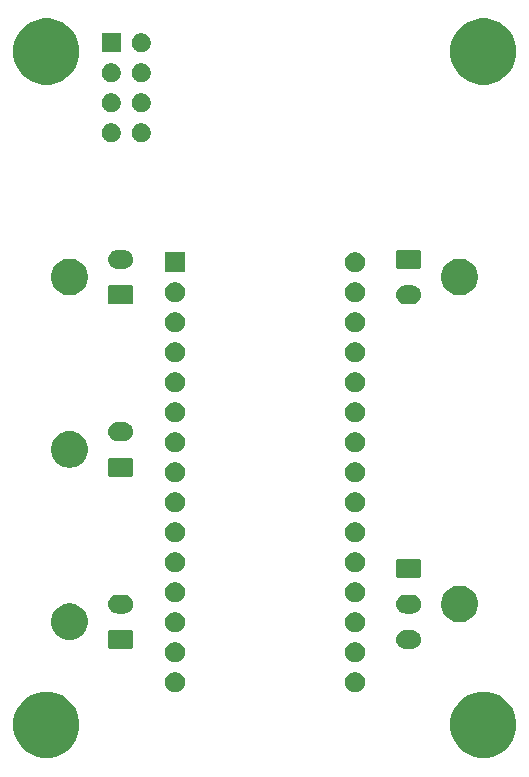
<source format=gbr>
G04 #@! TF.GenerationSoftware,KiCad,Pcbnew,(5.1.5)-3*
G04 #@! TF.CreationDate,2020-05-08T01:18:23-06:00*
G04 #@! TF.ProjectId,cap,6361702e-6b69-4636-9164-5f7063625858,rev?*
G04 #@! TF.SameCoordinates,Original*
G04 #@! TF.FileFunction,Soldermask,Bot*
G04 #@! TF.FilePolarity,Negative*
%FSLAX46Y46*%
G04 Gerber Fmt 4.6, Leading zero omitted, Abs format (unit mm)*
G04 Created by KiCad (PCBNEW (5.1.5)-3) date 2020-05-08 01:18:23*
%MOMM*%
%LPD*%
G04 APERTURE LIST*
%ADD10C,0.100000*%
G04 APERTURE END LIST*
D10*
G36*
X151817021Y-103306640D02*
G01*
X152326769Y-103517785D01*
X152326771Y-103517786D01*
X152785534Y-103824321D01*
X153175679Y-104214466D01*
X153482214Y-104673229D01*
X153482215Y-104673231D01*
X153693360Y-105182979D01*
X153801000Y-105724124D01*
X153801000Y-106275876D01*
X153693360Y-106817021D01*
X153482215Y-107326769D01*
X153482214Y-107326771D01*
X153175679Y-107785534D01*
X152785534Y-108175679D01*
X152326771Y-108482214D01*
X152326770Y-108482215D01*
X152326769Y-108482215D01*
X151817021Y-108693360D01*
X151275876Y-108801000D01*
X150724124Y-108801000D01*
X150182979Y-108693360D01*
X149673231Y-108482215D01*
X149673230Y-108482215D01*
X149673229Y-108482214D01*
X149214466Y-108175679D01*
X148824321Y-107785534D01*
X148517786Y-107326771D01*
X148517785Y-107326769D01*
X148306640Y-106817021D01*
X148199000Y-106275876D01*
X148199000Y-105724124D01*
X148306640Y-105182979D01*
X148517785Y-104673231D01*
X148517786Y-104673229D01*
X148824321Y-104214466D01*
X149214466Y-103824321D01*
X149673229Y-103517786D01*
X149673231Y-103517785D01*
X150182979Y-103306640D01*
X150724124Y-103199000D01*
X151275876Y-103199000D01*
X151817021Y-103306640D01*
G37*
G36*
X114817021Y-103306640D02*
G01*
X115326769Y-103517785D01*
X115326771Y-103517786D01*
X115785534Y-103824321D01*
X116175679Y-104214466D01*
X116482214Y-104673229D01*
X116482215Y-104673231D01*
X116693360Y-105182979D01*
X116801000Y-105724124D01*
X116801000Y-106275876D01*
X116693360Y-106817021D01*
X116482215Y-107326769D01*
X116482214Y-107326771D01*
X116175679Y-107785534D01*
X115785534Y-108175679D01*
X115326771Y-108482214D01*
X115326770Y-108482215D01*
X115326769Y-108482215D01*
X114817021Y-108693360D01*
X114275876Y-108801000D01*
X113724124Y-108801000D01*
X113182979Y-108693360D01*
X112673231Y-108482215D01*
X112673230Y-108482215D01*
X112673229Y-108482214D01*
X112214466Y-108175679D01*
X111824321Y-107785534D01*
X111517786Y-107326771D01*
X111517785Y-107326769D01*
X111306640Y-106817021D01*
X111199000Y-106275876D01*
X111199000Y-105724124D01*
X111306640Y-105182979D01*
X111517785Y-104673231D01*
X111517786Y-104673229D01*
X111824321Y-104214466D01*
X112214466Y-103824321D01*
X112673229Y-103517786D01*
X112673231Y-103517785D01*
X113182979Y-103306640D01*
X113724124Y-103199000D01*
X114275876Y-103199000D01*
X114817021Y-103306640D01*
G37*
G36*
X125138228Y-101571703D02*
G01*
X125293100Y-101635853D01*
X125432481Y-101728985D01*
X125551015Y-101847519D01*
X125644147Y-101986900D01*
X125708297Y-102141772D01*
X125741000Y-102306184D01*
X125741000Y-102473816D01*
X125708297Y-102638228D01*
X125644147Y-102793100D01*
X125551015Y-102932481D01*
X125432481Y-103051015D01*
X125293100Y-103144147D01*
X125138228Y-103208297D01*
X124973816Y-103241000D01*
X124806184Y-103241000D01*
X124641772Y-103208297D01*
X124486900Y-103144147D01*
X124347519Y-103051015D01*
X124228985Y-102932481D01*
X124135853Y-102793100D01*
X124071703Y-102638228D01*
X124039000Y-102473816D01*
X124039000Y-102306184D01*
X124071703Y-102141772D01*
X124135853Y-101986900D01*
X124228985Y-101847519D01*
X124347519Y-101728985D01*
X124486900Y-101635853D01*
X124641772Y-101571703D01*
X124806184Y-101539000D01*
X124973816Y-101539000D01*
X125138228Y-101571703D01*
G37*
G36*
X140378228Y-101571703D02*
G01*
X140533100Y-101635853D01*
X140672481Y-101728985D01*
X140791015Y-101847519D01*
X140884147Y-101986900D01*
X140948297Y-102141772D01*
X140981000Y-102306184D01*
X140981000Y-102473816D01*
X140948297Y-102638228D01*
X140884147Y-102793100D01*
X140791015Y-102932481D01*
X140672481Y-103051015D01*
X140533100Y-103144147D01*
X140378228Y-103208297D01*
X140213816Y-103241000D01*
X140046184Y-103241000D01*
X139881772Y-103208297D01*
X139726900Y-103144147D01*
X139587519Y-103051015D01*
X139468985Y-102932481D01*
X139375853Y-102793100D01*
X139311703Y-102638228D01*
X139279000Y-102473816D01*
X139279000Y-102306184D01*
X139311703Y-102141772D01*
X139375853Y-101986900D01*
X139468985Y-101847519D01*
X139587519Y-101728985D01*
X139726900Y-101635853D01*
X139881772Y-101571703D01*
X140046184Y-101539000D01*
X140213816Y-101539000D01*
X140378228Y-101571703D01*
G37*
G36*
X140378228Y-99031703D02*
G01*
X140533100Y-99095853D01*
X140672481Y-99188985D01*
X140791015Y-99307519D01*
X140884147Y-99446900D01*
X140948297Y-99601772D01*
X140981000Y-99766184D01*
X140981000Y-99933816D01*
X140948297Y-100098228D01*
X140884147Y-100253100D01*
X140791015Y-100392481D01*
X140672481Y-100511015D01*
X140533100Y-100604147D01*
X140378228Y-100668297D01*
X140213816Y-100701000D01*
X140046184Y-100701000D01*
X139881772Y-100668297D01*
X139726900Y-100604147D01*
X139587519Y-100511015D01*
X139468985Y-100392481D01*
X139375853Y-100253100D01*
X139311703Y-100098228D01*
X139279000Y-99933816D01*
X139279000Y-99766184D01*
X139311703Y-99601772D01*
X139375853Y-99446900D01*
X139468985Y-99307519D01*
X139587519Y-99188985D01*
X139726900Y-99095853D01*
X139881772Y-99031703D01*
X140046184Y-98999000D01*
X140213816Y-98999000D01*
X140378228Y-99031703D01*
G37*
G36*
X125138228Y-99031703D02*
G01*
X125293100Y-99095853D01*
X125432481Y-99188985D01*
X125551015Y-99307519D01*
X125644147Y-99446900D01*
X125708297Y-99601772D01*
X125741000Y-99766184D01*
X125741000Y-99933816D01*
X125708297Y-100098228D01*
X125644147Y-100253100D01*
X125551015Y-100392481D01*
X125432481Y-100511015D01*
X125293100Y-100604147D01*
X125138228Y-100668297D01*
X124973816Y-100701000D01*
X124806184Y-100701000D01*
X124641772Y-100668297D01*
X124486900Y-100604147D01*
X124347519Y-100511015D01*
X124228985Y-100392481D01*
X124135853Y-100253100D01*
X124071703Y-100098228D01*
X124039000Y-99933816D01*
X124039000Y-99766184D01*
X124071703Y-99601772D01*
X124135853Y-99446900D01*
X124228985Y-99307519D01*
X124347519Y-99188985D01*
X124486900Y-99095853D01*
X124641772Y-99031703D01*
X124806184Y-98999000D01*
X124973816Y-98999000D01*
X125138228Y-99031703D01*
G37*
G36*
X121200048Y-97979122D02*
G01*
X121234387Y-97989539D01*
X121266036Y-98006456D01*
X121293778Y-98029222D01*
X121316544Y-98056964D01*
X121333461Y-98088613D01*
X121343878Y-98122952D01*
X121348000Y-98164807D01*
X121348000Y-99387193D01*
X121343878Y-99429048D01*
X121333461Y-99463387D01*
X121316544Y-99495036D01*
X121293778Y-99522778D01*
X121266036Y-99545544D01*
X121234387Y-99562461D01*
X121200048Y-99572878D01*
X121158193Y-99577000D01*
X119415807Y-99577000D01*
X119373952Y-99572878D01*
X119339613Y-99562461D01*
X119307964Y-99545544D01*
X119280222Y-99522778D01*
X119257456Y-99495036D01*
X119240539Y-99463387D01*
X119230122Y-99429048D01*
X119226000Y-99387193D01*
X119226000Y-98164807D01*
X119230122Y-98122952D01*
X119240539Y-98088613D01*
X119257456Y-98056964D01*
X119280222Y-98029222D01*
X119307964Y-98006456D01*
X119339613Y-97989539D01*
X119373952Y-97979122D01*
X119415807Y-97975000D01*
X121158193Y-97975000D01*
X121200048Y-97979122D01*
G37*
G36*
X145009571Y-97978863D02*
G01*
X145088023Y-97986590D01*
X145167417Y-98010674D01*
X145239013Y-98032392D01*
X145378165Y-98106771D01*
X145500133Y-98206867D01*
X145600229Y-98328835D01*
X145674608Y-98467987D01*
X145678477Y-98480741D01*
X145720410Y-98618977D01*
X145735875Y-98776000D01*
X145720410Y-98933023D01*
X145700396Y-98999000D01*
X145674608Y-99084013D01*
X145600229Y-99223165D01*
X145500133Y-99345133D01*
X145378165Y-99445229D01*
X145239013Y-99519608D01*
X145188682Y-99534875D01*
X145088023Y-99565410D01*
X145022432Y-99571870D01*
X144970346Y-99577000D01*
X144371654Y-99577000D01*
X144319568Y-99571870D01*
X144253977Y-99565410D01*
X144153318Y-99534875D01*
X144102987Y-99519608D01*
X143963835Y-99445229D01*
X143841867Y-99345133D01*
X143741771Y-99223165D01*
X143667392Y-99084013D01*
X143641604Y-98999000D01*
X143621590Y-98933023D01*
X143606125Y-98776000D01*
X143621590Y-98618977D01*
X143663523Y-98480741D01*
X143667392Y-98467987D01*
X143741771Y-98328835D01*
X143841867Y-98206867D01*
X143963835Y-98106771D01*
X144102987Y-98032392D01*
X144174583Y-98010674D01*
X144253977Y-97986590D01*
X144332429Y-97978863D01*
X144371654Y-97975000D01*
X144970346Y-97975000D01*
X145009571Y-97978863D01*
G37*
G36*
X116269585Y-95754802D02*
G01*
X116419410Y-95784604D01*
X116701674Y-95901521D01*
X116955705Y-96071259D01*
X117171741Y-96287295D01*
X117341479Y-96541326D01*
X117458396Y-96823590D01*
X117518000Y-97123240D01*
X117518000Y-97428760D01*
X117458396Y-97728410D01*
X117341479Y-98010674D01*
X117171741Y-98264705D01*
X116955705Y-98480741D01*
X116701674Y-98650479D01*
X116419410Y-98767396D01*
X116269585Y-98797198D01*
X116119761Y-98827000D01*
X115814239Y-98827000D01*
X115664415Y-98797198D01*
X115514590Y-98767396D01*
X115232326Y-98650479D01*
X114978295Y-98480741D01*
X114762259Y-98264705D01*
X114592521Y-98010674D01*
X114475604Y-97728410D01*
X114416000Y-97428760D01*
X114416000Y-97123240D01*
X114475604Y-96823590D01*
X114592521Y-96541326D01*
X114762259Y-96287295D01*
X114978295Y-96071259D01*
X115232326Y-95901521D01*
X115514590Y-95784604D01*
X115664415Y-95754802D01*
X115814239Y-95725000D01*
X116119761Y-95725000D01*
X116269585Y-95754802D01*
G37*
G36*
X140378228Y-96491703D02*
G01*
X140533100Y-96555853D01*
X140672481Y-96648985D01*
X140791015Y-96767519D01*
X140884147Y-96906900D01*
X140948297Y-97061772D01*
X140981000Y-97226184D01*
X140981000Y-97393816D01*
X140948297Y-97558228D01*
X140884147Y-97713100D01*
X140791015Y-97852481D01*
X140672481Y-97971015D01*
X140533100Y-98064147D01*
X140378228Y-98128297D01*
X140213816Y-98161000D01*
X140046184Y-98161000D01*
X139881772Y-98128297D01*
X139726900Y-98064147D01*
X139587519Y-97971015D01*
X139468985Y-97852481D01*
X139375853Y-97713100D01*
X139311703Y-97558228D01*
X139279000Y-97393816D01*
X139279000Y-97226184D01*
X139311703Y-97061772D01*
X139375853Y-96906900D01*
X139468985Y-96767519D01*
X139587519Y-96648985D01*
X139726900Y-96555853D01*
X139881772Y-96491703D01*
X140046184Y-96459000D01*
X140213816Y-96459000D01*
X140378228Y-96491703D01*
G37*
G36*
X125138228Y-96491703D02*
G01*
X125293100Y-96555853D01*
X125432481Y-96648985D01*
X125551015Y-96767519D01*
X125644147Y-96906900D01*
X125708297Y-97061772D01*
X125741000Y-97226184D01*
X125741000Y-97393816D01*
X125708297Y-97558228D01*
X125644147Y-97713100D01*
X125551015Y-97852481D01*
X125432481Y-97971015D01*
X125293100Y-98064147D01*
X125138228Y-98128297D01*
X124973816Y-98161000D01*
X124806184Y-98161000D01*
X124641772Y-98128297D01*
X124486900Y-98064147D01*
X124347519Y-97971015D01*
X124228985Y-97852481D01*
X124135853Y-97713100D01*
X124071703Y-97558228D01*
X124039000Y-97393816D01*
X124039000Y-97226184D01*
X124071703Y-97061772D01*
X124135853Y-96906900D01*
X124228985Y-96767519D01*
X124347519Y-96648985D01*
X124486900Y-96555853D01*
X124641772Y-96491703D01*
X124806184Y-96459000D01*
X124973816Y-96459000D01*
X125138228Y-96491703D01*
G37*
G36*
X149293585Y-94254802D02*
G01*
X149443410Y-94284604D01*
X149725674Y-94401521D01*
X149979705Y-94571259D01*
X150195741Y-94787295D01*
X150365479Y-95041326D01*
X150482396Y-95323590D01*
X150512198Y-95473415D01*
X150542000Y-95623239D01*
X150542000Y-95928761D01*
X150541152Y-95933023D01*
X150482396Y-96228410D01*
X150365479Y-96510674D01*
X150195741Y-96764705D01*
X149979705Y-96980741D01*
X149725674Y-97150479D01*
X149443410Y-97267396D01*
X149293585Y-97297198D01*
X149143761Y-97327000D01*
X148838239Y-97327000D01*
X148688415Y-97297198D01*
X148538590Y-97267396D01*
X148256326Y-97150479D01*
X148002295Y-96980741D01*
X147786259Y-96764705D01*
X147616521Y-96510674D01*
X147499604Y-96228410D01*
X147440848Y-95933023D01*
X147440000Y-95928761D01*
X147440000Y-95623239D01*
X147469802Y-95473415D01*
X147499604Y-95323590D01*
X147616521Y-95041326D01*
X147786259Y-94787295D01*
X148002295Y-94571259D01*
X148256326Y-94401521D01*
X148538590Y-94284604D01*
X148688415Y-94254802D01*
X148838239Y-94225000D01*
X149143761Y-94225000D01*
X149293585Y-94254802D01*
G37*
G36*
X120625571Y-94978863D02*
G01*
X120704023Y-94986590D01*
X120804682Y-95017125D01*
X120855013Y-95032392D01*
X120994165Y-95106771D01*
X121116133Y-95206867D01*
X121216229Y-95328835D01*
X121290608Y-95467987D01*
X121290608Y-95467988D01*
X121336410Y-95618977D01*
X121351875Y-95776000D01*
X121336410Y-95933023D01*
X121305875Y-96033682D01*
X121290608Y-96084013D01*
X121216229Y-96223165D01*
X121116133Y-96345133D01*
X120994165Y-96445229D01*
X120855013Y-96519608D01*
X120804682Y-96534875D01*
X120704023Y-96565410D01*
X120625571Y-96573137D01*
X120586346Y-96577000D01*
X119987654Y-96577000D01*
X119948429Y-96573137D01*
X119869977Y-96565410D01*
X119769318Y-96534875D01*
X119718987Y-96519608D01*
X119579835Y-96445229D01*
X119457867Y-96345133D01*
X119357771Y-96223165D01*
X119283392Y-96084013D01*
X119268125Y-96033682D01*
X119237590Y-95933023D01*
X119222125Y-95776000D01*
X119237590Y-95618977D01*
X119283392Y-95467988D01*
X119283392Y-95467987D01*
X119357771Y-95328835D01*
X119457867Y-95206867D01*
X119579835Y-95106771D01*
X119718987Y-95032392D01*
X119769318Y-95017125D01*
X119869977Y-94986590D01*
X119948429Y-94978863D01*
X119987654Y-94975000D01*
X120586346Y-94975000D01*
X120625571Y-94978863D01*
G37*
G36*
X145009571Y-94978863D02*
G01*
X145088023Y-94986590D01*
X145188682Y-95017125D01*
X145239013Y-95032392D01*
X145378165Y-95106771D01*
X145500133Y-95206867D01*
X145600229Y-95328835D01*
X145674608Y-95467987D01*
X145674608Y-95467988D01*
X145720410Y-95618977D01*
X145735875Y-95776000D01*
X145720410Y-95933023D01*
X145689875Y-96033682D01*
X145674608Y-96084013D01*
X145600229Y-96223165D01*
X145500133Y-96345133D01*
X145378165Y-96445229D01*
X145239013Y-96519608D01*
X145188682Y-96534875D01*
X145088023Y-96565410D01*
X145009571Y-96573137D01*
X144970346Y-96577000D01*
X144371654Y-96577000D01*
X144332429Y-96573137D01*
X144253977Y-96565410D01*
X144153318Y-96534875D01*
X144102987Y-96519608D01*
X143963835Y-96445229D01*
X143841867Y-96345133D01*
X143741771Y-96223165D01*
X143667392Y-96084013D01*
X143652125Y-96033682D01*
X143621590Y-95933023D01*
X143606125Y-95776000D01*
X143621590Y-95618977D01*
X143667392Y-95467988D01*
X143667392Y-95467987D01*
X143741771Y-95328835D01*
X143841867Y-95206867D01*
X143963835Y-95106771D01*
X144102987Y-95032392D01*
X144153318Y-95017125D01*
X144253977Y-94986590D01*
X144332429Y-94978863D01*
X144371654Y-94975000D01*
X144970346Y-94975000D01*
X145009571Y-94978863D01*
G37*
G36*
X140378228Y-93951703D02*
G01*
X140533100Y-94015853D01*
X140672481Y-94108985D01*
X140791015Y-94227519D01*
X140884147Y-94366900D01*
X140948297Y-94521772D01*
X140981000Y-94686184D01*
X140981000Y-94853816D01*
X140948297Y-95018228D01*
X140884147Y-95173100D01*
X140791015Y-95312481D01*
X140672481Y-95431015D01*
X140533100Y-95524147D01*
X140378228Y-95588297D01*
X140213816Y-95621000D01*
X140046184Y-95621000D01*
X139881772Y-95588297D01*
X139726900Y-95524147D01*
X139587519Y-95431015D01*
X139468985Y-95312481D01*
X139375853Y-95173100D01*
X139311703Y-95018228D01*
X139279000Y-94853816D01*
X139279000Y-94686184D01*
X139311703Y-94521772D01*
X139375853Y-94366900D01*
X139468985Y-94227519D01*
X139587519Y-94108985D01*
X139726900Y-94015853D01*
X139881772Y-93951703D01*
X140046184Y-93919000D01*
X140213816Y-93919000D01*
X140378228Y-93951703D01*
G37*
G36*
X125138228Y-93951703D02*
G01*
X125293100Y-94015853D01*
X125432481Y-94108985D01*
X125551015Y-94227519D01*
X125644147Y-94366900D01*
X125708297Y-94521772D01*
X125741000Y-94686184D01*
X125741000Y-94853816D01*
X125708297Y-95018228D01*
X125644147Y-95173100D01*
X125551015Y-95312481D01*
X125432481Y-95431015D01*
X125293100Y-95524147D01*
X125138228Y-95588297D01*
X124973816Y-95621000D01*
X124806184Y-95621000D01*
X124641772Y-95588297D01*
X124486900Y-95524147D01*
X124347519Y-95431015D01*
X124228985Y-95312481D01*
X124135853Y-95173100D01*
X124071703Y-95018228D01*
X124039000Y-94853816D01*
X124039000Y-94686184D01*
X124071703Y-94521772D01*
X124135853Y-94366900D01*
X124228985Y-94227519D01*
X124347519Y-94108985D01*
X124486900Y-94015853D01*
X124641772Y-93951703D01*
X124806184Y-93919000D01*
X124973816Y-93919000D01*
X125138228Y-93951703D01*
G37*
G36*
X145584048Y-91979122D02*
G01*
X145618387Y-91989539D01*
X145650036Y-92006456D01*
X145677778Y-92029222D01*
X145700544Y-92056964D01*
X145717461Y-92088613D01*
X145727878Y-92122952D01*
X145732000Y-92164807D01*
X145732000Y-93387193D01*
X145727878Y-93429048D01*
X145717461Y-93463387D01*
X145700544Y-93495036D01*
X145677778Y-93522778D01*
X145650036Y-93545544D01*
X145618387Y-93562461D01*
X145584048Y-93572878D01*
X145542193Y-93577000D01*
X143799807Y-93577000D01*
X143757952Y-93572878D01*
X143723613Y-93562461D01*
X143691964Y-93545544D01*
X143664222Y-93522778D01*
X143641456Y-93495036D01*
X143624539Y-93463387D01*
X143614122Y-93429048D01*
X143610000Y-93387193D01*
X143610000Y-92164807D01*
X143614122Y-92122952D01*
X143624539Y-92088613D01*
X143641456Y-92056964D01*
X143664222Y-92029222D01*
X143691964Y-92006456D01*
X143723613Y-91989539D01*
X143757952Y-91979122D01*
X143799807Y-91975000D01*
X145542193Y-91975000D01*
X145584048Y-91979122D01*
G37*
G36*
X125138228Y-91411703D02*
G01*
X125293100Y-91475853D01*
X125432481Y-91568985D01*
X125551015Y-91687519D01*
X125644147Y-91826900D01*
X125708297Y-91981772D01*
X125741000Y-92146184D01*
X125741000Y-92313816D01*
X125708297Y-92478228D01*
X125644147Y-92633100D01*
X125551015Y-92772481D01*
X125432481Y-92891015D01*
X125293100Y-92984147D01*
X125138228Y-93048297D01*
X124973816Y-93081000D01*
X124806184Y-93081000D01*
X124641772Y-93048297D01*
X124486900Y-92984147D01*
X124347519Y-92891015D01*
X124228985Y-92772481D01*
X124135853Y-92633100D01*
X124071703Y-92478228D01*
X124039000Y-92313816D01*
X124039000Y-92146184D01*
X124071703Y-91981772D01*
X124135853Y-91826900D01*
X124228985Y-91687519D01*
X124347519Y-91568985D01*
X124486900Y-91475853D01*
X124641772Y-91411703D01*
X124806184Y-91379000D01*
X124973816Y-91379000D01*
X125138228Y-91411703D01*
G37*
G36*
X140378228Y-91411703D02*
G01*
X140533100Y-91475853D01*
X140672481Y-91568985D01*
X140791015Y-91687519D01*
X140884147Y-91826900D01*
X140948297Y-91981772D01*
X140981000Y-92146184D01*
X140981000Y-92313816D01*
X140948297Y-92478228D01*
X140884147Y-92633100D01*
X140791015Y-92772481D01*
X140672481Y-92891015D01*
X140533100Y-92984147D01*
X140378228Y-93048297D01*
X140213816Y-93081000D01*
X140046184Y-93081000D01*
X139881772Y-93048297D01*
X139726900Y-92984147D01*
X139587519Y-92891015D01*
X139468985Y-92772481D01*
X139375853Y-92633100D01*
X139311703Y-92478228D01*
X139279000Y-92313816D01*
X139279000Y-92146184D01*
X139311703Y-91981772D01*
X139375853Y-91826900D01*
X139468985Y-91687519D01*
X139587519Y-91568985D01*
X139726900Y-91475853D01*
X139881772Y-91411703D01*
X140046184Y-91379000D01*
X140213816Y-91379000D01*
X140378228Y-91411703D01*
G37*
G36*
X140378228Y-88871703D02*
G01*
X140533100Y-88935853D01*
X140672481Y-89028985D01*
X140791015Y-89147519D01*
X140884147Y-89286900D01*
X140948297Y-89441772D01*
X140981000Y-89606184D01*
X140981000Y-89773816D01*
X140948297Y-89938228D01*
X140884147Y-90093100D01*
X140791015Y-90232481D01*
X140672481Y-90351015D01*
X140533100Y-90444147D01*
X140378228Y-90508297D01*
X140213816Y-90541000D01*
X140046184Y-90541000D01*
X139881772Y-90508297D01*
X139726900Y-90444147D01*
X139587519Y-90351015D01*
X139468985Y-90232481D01*
X139375853Y-90093100D01*
X139311703Y-89938228D01*
X139279000Y-89773816D01*
X139279000Y-89606184D01*
X139311703Y-89441772D01*
X139375853Y-89286900D01*
X139468985Y-89147519D01*
X139587519Y-89028985D01*
X139726900Y-88935853D01*
X139881772Y-88871703D01*
X140046184Y-88839000D01*
X140213816Y-88839000D01*
X140378228Y-88871703D01*
G37*
G36*
X125138228Y-88871703D02*
G01*
X125293100Y-88935853D01*
X125432481Y-89028985D01*
X125551015Y-89147519D01*
X125644147Y-89286900D01*
X125708297Y-89441772D01*
X125741000Y-89606184D01*
X125741000Y-89773816D01*
X125708297Y-89938228D01*
X125644147Y-90093100D01*
X125551015Y-90232481D01*
X125432481Y-90351015D01*
X125293100Y-90444147D01*
X125138228Y-90508297D01*
X124973816Y-90541000D01*
X124806184Y-90541000D01*
X124641772Y-90508297D01*
X124486900Y-90444147D01*
X124347519Y-90351015D01*
X124228985Y-90232481D01*
X124135853Y-90093100D01*
X124071703Y-89938228D01*
X124039000Y-89773816D01*
X124039000Y-89606184D01*
X124071703Y-89441772D01*
X124135853Y-89286900D01*
X124228985Y-89147519D01*
X124347519Y-89028985D01*
X124486900Y-88935853D01*
X124641772Y-88871703D01*
X124806184Y-88839000D01*
X124973816Y-88839000D01*
X125138228Y-88871703D01*
G37*
G36*
X140378228Y-86331703D02*
G01*
X140533100Y-86395853D01*
X140672481Y-86488985D01*
X140791015Y-86607519D01*
X140884147Y-86746900D01*
X140948297Y-86901772D01*
X140981000Y-87066184D01*
X140981000Y-87233816D01*
X140948297Y-87398228D01*
X140884147Y-87553100D01*
X140791015Y-87692481D01*
X140672481Y-87811015D01*
X140533100Y-87904147D01*
X140378228Y-87968297D01*
X140213816Y-88001000D01*
X140046184Y-88001000D01*
X139881772Y-87968297D01*
X139726900Y-87904147D01*
X139587519Y-87811015D01*
X139468985Y-87692481D01*
X139375853Y-87553100D01*
X139311703Y-87398228D01*
X139279000Y-87233816D01*
X139279000Y-87066184D01*
X139311703Y-86901772D01*
X139375853Y-86746900D01*
X139468985Y-86607519D01*
X139587519Y-86488985D01*
X139726900Y-86395853D01*
X139881772Y-86331703D01*
X140046184Y-86299000D01*
X140213816Y-86299000D01*
X140378228Y-86331703D01*
G37*
G36*
X125138228Y-86331703D02*
G01*
X125293100Y-86395853D01*
X125432481Y-86488985D01*
X125551015Y-86607519D01*
X125644147Y-86746900D01*
X125708297Y-86901772D01*
X125741000Y-87066184D01*
X125741000Y-87233816D01*
X125708297Y-87398228D01*
X125644147Y-87553100D01*
X125551015Y-87692481D01*
X125432481Y-87811015D01*
X125293100Y-87904147D01*
X125138228Y-87968297D01*
X124973816Y-88001000D01*
X124806184Y-88001000D01*
X124641772Y-87968297D01*
X124486900Y-87904147D01*
X124347519Y-87811015D01*
X124228985Y-87692481D01*
X124135853Y-87553100D01*
X124071703Y-87398228D01*
X124039000Y-87233816D01*
X124039000Y-87066184D01*
X124071703Y-86901772D01*
X124135853Y-86746900D01*
X124228985Y-86607519D01*
X124347519Y-86488985D01*
X124486900Y-86395853D01*
X124641772Y-86331703D01*
X124806184Y-86299000D01*
X124973816Y-86299000D01*
X125138228Y-86331703D01*
G37*
G36*
X140378228Y-83791703D02*
G01*
X140533100Y-83855853D01*
X140672481Y-83948985D01*
X140791015Y-84067519D01*
X140884147Y-84206900D01*
X140948297Y-84361772D01*
X140981000Y-84526184D01*
X140981000Y-84693816D01*
X140948297Y-84858228D01*
X140884147Y-85013100D01*
X140791015Y-85152481D01*
X140672481Y-85271015D01*
X140533100Y-85364147D01*
X140378228Y-85428297D01*
X140213816Y-85461000D01*
X140046184Y-85461000D01*
X139881772Y-85428297D01*
X139726900Y-85364147D01*
X139587519Y-85271015D01*
X139468985Y-85152481D01*
X139375853Y-85013100D01*
X139311703Y-84858228D01*
X139279000Y-84693816D01*
X139279000Y-84526184D01*
X139311703Y-84361772D01*
X139375853Y-84206900D01*
X139468985Y-84067519D01*
X139587519Y-83948985D01*
X139726900Y-83855853D01*
X139881772Y-83791703D01*
X140046184Y-83759000D01*
X140213816Y-83759000D01*
X140378228Y-83791703D01*
G37*
G36*
X125138228Y-83791703D02*
G01*
X125293100Y-83855853D01*
X125432481Y-83948985D01*
X125551015Y-84067519D01*
X125644147Y-84206900D01*
X125708297Y-84361772D01*
X125741000Y-84526184D01*
X125741000Y-84693816D01*
X125708297Y-84858228D01*
X125644147Y-85013100D01*
X125551015Y-85152481D01*
X125432481Y-85271015D01*
X125293100Y-85364147D01*
X125138228Y-85428297D01*
X124973816Y-85461000D01*
X124806184Y-85461000D01*
X124641772Y-85428297D01*
X124486900Y-85364147D01*
X124347519Y-85271015D01*
X124228985Y-85152481D01*
X124135853Y-85013100D01*
X124071703Y-84858228D01*
X124039000Y-84693816D01*
X124039000Y-84526184D01*
X124071703Y-84361772D01*
X124135853Y-84206900D01*
X124228985Y-84067519D01*
X124347519Y-83948985D01*
X124486900Y-83855853D01*
X124641772Y-83791703D01*
X124806184Y-83759000D01*
X124973816Y-83759000D01*
X125138228Y-83791703D01*
G37*
G36*
X121200048Y-83386122D02*
G01*
X121234387Y-83396539D01*
X121266036Y-83413456D01*
X121293778Y-83436222D01*
X121316544Y-83463964D01*
X121333461Y-83495613D01*
X121343878Y-83529952D01*
X121348000Y-83571807D01*
X121348000Y-84794193D01*
X121343878Y-84836048D01*
X121333461Y-84870387D01*
X121316544Y-84902036D01*
X121293778Y-84929778D01*
X121266036Y-84952544D01*
X121234387Y-84969461D01*
X121200048Y-84979878D01*
X121158193Y-84984000D01*
X119415807Y-84984000D01*
X119373952Y-84979878D01*
X119339613Y-84969461D01*
X119307964Y-84952544D01*
X119280222Y-84929778D01*
X119257456Y-84902036D01*
X119240539Y-84870387D01*
X119230122Y-84836048D01*
X119226000Y-84794193D01*
X119226000Y-83571807D01*
X119230122Y-83529952D01*
X119240539Y-83495613D01*
X119257456Y-83463964D01*
X119280222Y-83436222D01*
X119307964Y-83413456D01*
X119339613Y-83396539D01*
X119373952Y-83386122D01*
X119415807Y-83382000D01*
X121158193Y-83382000D01*
X121200048Y-83386122D01*
G37*
G36*
X116269585Y-81161802D02*
G01*
X116419410Y-81191604D01*
X116701674Y-81308521D01*
X116955705Y-81478259D01*
X117171741Y-81694295D01*
X117341479Y-81948326D01*
X117458396Y-82230590D01*
X117518000Y-82530240D01*
X117518000Y-82835760D01*
X117458396Y-83135410D01*
X117341479Y-83417674D01*
X117171741Y-83671705D01*
X116955705Y-83887741D01*
X116701674Y-84057479D01*
X116419410Y-84174396D01*
X116269585Y-84204198D01*
X116119761Y-84234000D01*
X115814239Y-84234000D01*
X115664415Y-84204198D01*
X115514590Y-84174396D01*
X115232326Y-84057479D01*
X114978295Y-83887741D01*
X114762259Y-83671705D01*
X114592521Y-83417674D01*
X114475604Y-83135410D01*
X114416000Y-82835760D01*
X114416000Y-82530240D01*
X114475604Y-82230590D01*
X114592521Y-81948326D01*
X114762259Y-81694295D01*
X114978295Y-81478259D01*
X115232326Y-81308521D01*
X115514590Y-81191604D01*
X115664415Y-81161802D01*
X115814239Y-81132000D01*
X116119761Y-81132000D01*
X116269585Y-81161802D01*
G37*
G36*
X125138228Y-81251703D02*
G01*
X125293100Y-81315853D01*
X125432481Y-81408985D01*
X125551015Y-81527519D01*
X125644147Y-81666900D01*
X125708297Y-81821772D01*
X125741000Y-81986184D01*
X125741000Y-82153816D01*
X125708297Y-82318228D01*
X125644147Y-82473100D01*
X125551015Y-82612481D01*
X125432481Y-82731015D01*
X125293100Y-82824147D01*
X125138228Y-82888297D01*
X124973816Y-82921000D01*
X124806184Y-82921000D01*
X124641772Y-82888297D01*
X124486900Y-82824147D01*
X124347519Y-82731015D01*
X124228985Y-82612481D01*
X124135853Y-82473100D01*
X124071703Y-82318228D01*
X124039000Y-82153816D01*
X124039000Y-81986184D01*
X124071703Y-81821772D01*
X124135853Y-81666900D01*
X124228985Y-81527519D01*
X124347519Y-81408985D01*
X124486900Y-81315853D01*
X124641772Y-81251703D01*
X124806184Y-81219000D01*
X124973816Y-81219000D01*
X125138228Y-81251703D01*
G37*
G36*
X140378228Y-81251703D02*
G01*
X140533100Y-81315853D01*
X140672481Y-81408985D01*
X140791015Y-81527519D01*
X140884147Y-81666900D01*
X140948297Y-81821772D01*
X140981000Y-81986184D01*
X140981000Y-82153816D01*
X140948297Y-82318228D01*
X140884147Y-82473100D01*
X140791015Y-82612481D01*
X140672481Y-82731015D01*
X140533100Y-82824147D01*
X140378228Y-82888297D01*
X140213816Y-82921000D01*
X140046184Y-82921000D01*
X139881772Y-82888297D01*
X139726900Y-82824147D01*
X139587519Y-82731015D01*
X139468985Y-82612481D01*
X139375853Y-82473100D01*
X139311703Y-82318228D01*
X139279000Y-82153816D01*
X139279000Y-81986184D01*
X139311703Y-81821772D01*
X139375853Y-81666900D01*
X139468985Y-81527519D01*
X139587519Y-81408985D01*
X139726900Y-81315853D01*
X139881772Y-81251703D01*
X140046184Y-81219000D01*
X140213816Y-81219000D01*
X140378228Y-81251703D01*
G37*
G36*
X120625571Y-80385863D02*
G01*
X120704023Y-80393590D01*
X120804682Y-80424125D01*
X120855013Y-80439392D01*
X120994165Y-80513771D01*
X121116133Y-80613867D01*
X121216229Y-80735835D01*
X121290608Y-80874987D01*
X121290608Y-80874988D01*
X121336410Y-81025977D01*
X121351875Y-81183000D01*
X121336410Y-81340023D01*
X121305875Y-81440682D01*
X121290608Y-81491013D01*
X121216229Y-81630165D01*
X121116133Y-81752133D01*
X120994165Y-81852229D01*
X120855013Y-81926608D01*
X120804682Y-81941875D01*
X120704023Y-81972410D01*
X120625571Y-81980137D01*
X120586346Y-81984000D01*
X119987654Y-81984000D01*
X119948429Y-81980137D01*
X119869977Y-81972410D01*
X119769318Y-81941875D01*
X119718987Y-81926608D01*
X119579835Y-81852229D01*
X119457867Y-81752133D01*
X119357771Y-81630165D01*
X119283392Y-81491013D01*
X119268125Y-81440682D01*
X119237590Y-81340023D01*
X119222125Y-81183000D01*
X119237590Y-81025977D01*
X119283392Y-80874988D01*
X119283392Y-80874987D01*
X119357771Y-80735835D01*
X119457867Y-80613867D01*
X119579835Y-80513771D01*
X119718987Y-80439392D01*
X119769318Y-80424125D01*
X119869977Y-80393590D01*
X119948429Y-80385863D01*
X119987654Y-80382000D01*
X120586346Y-80382000D01*
X120625571Y-80385863D01*
G37*
G36*
X140378228Y-78711703D02*
G01*
X140533100Y-78775853D01*
X140672481Y-78868985D01*
X140791015Y-78987519D01*
X140884147Y-79126900D01*
X140948297Y-79281772D01*
X140981000Y-79446184D01*
X140981000Y-79613816D01*
X140948297Y-79778228D01*
X140884147Y-79933100D01*
X140791015Y-80072481D01*
X140672481Y-80191015D01*
X140533100Y-80284147D01*
X140378228Y-80348297D01*
X140213816Y-80381000D01*
X140046184Y-80381000D01*
X139881772Y-80348297D01*
X139726900Y-80284147D01*
X139587519Y-80191015D01*
X139468985Y-80072481D01*
X139375853Y-79933100D01*
X139311703Y-79778228D01*
X139279000Y-79613816D01*
X139279000Y-79446184D01*
X139311703Y-79281772D01*
X139375853Y-79126900D01*
X139468985Y-78987519D01*
X139587519Y-78868985D01*
X139726900Y-78775853D01*
X139881772Y-78711703D01*
X140046184Y-78679000D01*
X140213816Y-78679000D01*
X140378228Y-78711703D01*
G37*
G36*
X125138228Y-78711703D02*
G01*
X125293100Y-78775853D01*
X125432481Y-78868985D01*
X125551015Y-78987519D01*
X125644147Y-79126900D01*
X125708297Y-79281772D01*
X125741000Y-79446184D01*
X125741000Y-79613816D01*
X125708297Y-79778228D01*
X125644147Y-79933100D01*
X125551015Y-80072481D01*
X125432481Y-80191015D01*
X125293100Y-80284147D01*
X125138228Y-80348297D01*
X124973816Y-80381000D01*
X124806184Y-80381000D01*
X124641772Y-80348297D01*
X124486900Y-80284147D01*
X124347519Y-80191015D01*
X124228985Y-80072481D01*
X124135853Y-79933100D01*
X124071703Y-79778228D01*
X124039000Y-79613816D01*
X124039000Y-79446184D01*
X124071703Y-79281772D01*
X124135853Y-79126900D01*
X124228985Y-78987519D01*
X124347519Y-78868985D01*
X124486900Y-78775853D01*
X124641772Y-78711703D01*
X124806184Y-78679000D01*
X124973816Y-78679000D01*
X125138228Y-78711703D01*
G37*
G36*
X140378228Y-76171703D02*
G01*
X140533100Y-76235853D01*
X140672481Y-76328985D01*
X140791015Y-76447519D01*
X140884147Y-76586900D01*
X140948297Y-76741772D01*
X140981000Y-76906184D01*
X140981000Y-77073816D01*
X140948297Y-77238228D01*
X140884147Y-77393100D01*
X140791015Y-77532481D01*
X140672481Y-77651015D01*
X140533100Y-77744147D01*
X140378228Y-77808297D01*
X140213816Y-77841000D01*
X140046184Y-77841000D01*
X139881772Y-77808297D01*
X139726900Y-77744147D01*
X139587519Y-77651015D01*
X139468985Y-77532481D01*
X139375853Y-77393100D01*
X139311703Y-77238228D01*
X139279000Y-77073816D01*
X139279000Y-76906184D01*
X139311703Y-76741772D01*
X139375853Y-76586900D01*
X139468985Y-76447519D01*
X139587519Y-76328985D01*
X139726900Y-76235853D01*
X139881772Y-76171703D01*
X140046184Y-76139000D01*
X140213816Y-76139000D01*
X140378228Y-76171703D01*
G37*
G36*
X125138228Y-76171703D02*
G01*
X125293100Y-76235853D01*
X125432481Y-76328985D01*
X125551015Y-76447519D01*
X125644147Y-76586900D01*
X125708297Y-76741772D01*
X125741000Y-76906184D01*
X125741000Y-77073816D01*
X125708297Y-77238228D01*
X125644147Y-77393100D01*
X125551015Y-77532481D01*
X125432481Y-77651015D01*
X125293100Y-77744147D01*
X125138228Y-77808297D01*
X124973816Y-77841000D01*
X124806184Y-77841000D01*
X124641772Y-77808297D01*
X124486900Y-77744147D01*
X124347519Y-77651015D01*
X124228985Y-77532481D01*
X124135853Y-77393100D01*
X124071703Y-77238228D01*
X124039000Y-77073816D01*
X124039000Y-76906184D01*
X124071703Y-76741772D01*
X124135853Y-76586900D01*
X124228985Y-76447519D01*
X124347519Y-76328985D01*
X124486900Y-76235853D01*
X124641772Y-76171703D01*
X124806184Y-76139000D01*
X124973816Y-76139000D01*
X125138228Y-76171703D01*
G37*
G36*
X125138228Y-73631703D02*
G01*
X125293100Y-73695853D01*
X125432481Y-73788985D01*
X125551015Y-73907519D01*
X125644147Y-74046900D01*
X125708297Y-74201772D01*
X125741000Y-74366184D01*
X125741000Y-74533816D01*
X125708297Y-74698228D01*
X125644147Y-74853100D01*
X125551015Y-74992481D01*
X125432481Y-75111015D01*
X125293100Y-75204147D01*
X125138228Y-75268297D01*
X124973816Y-75301000D01*
X124806184Y-75301000D01*
X124641772Y-75268297D01*
X124486900Y-75204147D01*
X124347519Y-75111015D01*
X124228985Y-74992481D01*
X124135853Y-74853100D01*
X124071703Y-74698228D01*
X124039000Y-74533816D01*
X124039000Y-74366184D01*
X124071703Y-74201772D01*
X124135853Y-74046900D01*
X124228985Y-73907519D01*
X124347519Y-73788985D01*
X124486900Y-73695853D01*
X124641772Y-73631703D01*
X124806184Y-73599000D01*
X124973816Y-73599000D01*
X125138228Y-73631703D01*
G37*
G36*
X140378228Y-73631703D02*
G01*
X140533100Y-73695853D01*
X140672481Y-73788985D01*
X140791015Y-73907519D01*
X140884147Y-74046900D01*
X140948297Y-74201772D01*
X140981000Y-74366184D01*
X140981000Y-74533816D01*
X140948297Y-74698228D01*
X140884147Y-74853100D01*
X140791015Y-74992481D01*
X140672481Y-75111015D01*
X140533100Y-75204147D01*
X140378228Y-75268297D01*
X140213816Y-75301000D01*
X140046184Y-75301000D01*
X139881772Y-75268297D01*
X139726900Y-75204147D01*
X139587519Y-75111015D01*
X139468985Y-74992481D01*
X139375853Y-74853100D01*
X139311703Y-74698228D01*
X139279000Y-74533816D01*
X139279000Y-74366184D01*
X139311703Y-74201772D01*
X139375853Y-74046900D01*
X139468985Y-73907519D01*
X139587519Y-73788985D01*
X139726900Y-73695853D01*
X139881772Y-73631703D01*
X140046184Y-73599000D01*
X140213816Y-73599000D01*
X140378228Y-73631703D01*
G37*
G36*
X140378228Y-71091703D02*
G01*
X140533100Y-71155853D01*
X140672481Y-71248985D01*
X140791015Y-71367519D01*
X140884147Y-71506900D01*
X140948297Y-71661772D01*
X140981000Y-71826184D01*
X140981000Y-71993816D01*
X140948297Y-72158228D01*
X140884147Y-72313100D01*
X140791015Y-72452481D01*
X140672481Y-72571015D01*
X140533100Y-72664147D01*
X140378228Y-72728297D01*
X140213816Y-72761000D01*
X140046184Y-72761000D01*
X139881772Y-72728297D01*
X139726900Y-72664147D01*
X139587519Y-72571015D01*
X139468985Y-72452481D01*
X139375853Y-72313100D01*
X139311703Y-72158228D01*
X139279000Y-71993816D01*
X139279000Y-71826184D01*
X139311703Y-71661772D01*
X139375853Y-71506900D01*
X139468985Y-71367519D01*
X139587519Y-71248985D01*
X139726900Y-71155853D01*
X139881772Y-71091703D01*
X140046184Y-71059000D01*
X140213816Y-71059000D01*
X140378228Y-71091703D01*
G37*
G36*
X125138228Y-71091703D02*
G01*
X125293100Y-71155853D01*
X125432481Y-71248985D01*
X125551015Y-71367519D01*
X125644147Y-71506900D01*
X125708297Y-71661772D01*
X125741000Y-71826184D01*
X125741000Y-71993816D01*
X125708297Y-72158228D01*
X125644147Y-72313100D01*
X125551015Y-72452481D01*
X125432481Y-72571015D01*
X125293100Y-72664147D01*
X125138228Y-72728297D01*
X124973816Y-72761000D01*
X124806184Y-72761000D01*
X124641772Y-72728297D01*
X124486900Y-72664147D01*
X124347519Y-72571015D01*
X124228985Y-72452481D01*
X124135853Y-72313100D01*
X124071703Y-72158228D01*
X124039000Y-71993816D01*
X124039000Y-71826184D01*
X124071703Y-71661772D01*
X124135853Y-71506900D01*
X124228985Y-71367519D01*
X124347519Y-71248985D01*
X124486900Y-71155853D01*
X124641772Y-71091703D01*
X124806184Y-71059000D01*
X124973816Y-71059000D01*
X125138228Y-71091703D01*
G37*
G36*
X145009571Y-68792863D02*
G01*
X145088023Y-68800590D01*
X145167417Y-68824674D01*
X145239013Y-68846392D01*
X145378165Y-68920771D01*
X145500133Y-69020867D01*
X145600229Y-69142835D01*
X145674608Y-69281987D01*
X145678477Y-69294741D01*
X145720410Y-69432977D01*
X145735875Y-69590000D01*
X145720410Y-69747023D01*
X145689875Y-69847682D01*
X145674608Y-69898013D01*
X145600229Y-70037165D01*
X145500133Y-70159133D01*
X145378165Y-70259229D01*
X145239013Y-70333608D01*
X145188682Y-70348875D01*
X145088023Y-70379410D01*
X145022432Y-70385870D01*
X144970346Y-70391000D01*
X144371654Y-70391000D01*
X144319568Y-70385870D01*
X144253977Y-70379410D01*
X144153318Y-70348875D01*
X144102987Y-70333608D01*
X143963835Y-70259229D01*
X143841867Y-70159133D01*
X143741771Y-70037165D01*
X143667392Y-69898013D01*
X143652125Y-69847682D01*
X143621590Y-69747023D01*
X143606125Y-69590000D01*
X143621590Y-69432977D01*
X143663523Y-69294741D01*
X143667392Y-69281987D01*
X143741771Y-69142835D01*
X143841867Y-69020867D01*
X143963835Y-68920771D01*
X144102987Y-68846392D01*
X144174583Y-68824674D01*
X144253977Y-68800590D01*
X144332429Y-68792863D01*
X144371654Y-68789000D01*
X144970346Y-68789000D01*
X145009571Y-68792863D01*
G37*
G36*
X121200048Y-68793122D02*
G01*
X121234387Y-68803539D01*
X121266036Y-68820456D01*
X121293778Y-68843222D01*
X121316544Y-68870964D01*
X121333461Y-68902613D01*
X121343878Y-68936952D01*
X121348000Y-68978807D01*
X121348000Y-70201193D01*
X121343878Y-70243048D01*
X121333461Y-70277387D01*
X121316544Y-70309036D01*
X121293778Y-70336778D01*
X121266036Y-70359544D01*
X121234387Y-70376461D01*
X121200048Y-70386878D01*
X121158193Y-70391000D01*
X119415807Y-70391000D01*
X119373952Y-70386878D01*
X119339613Y-70376461D01*
X119307964Y-70359544D01*
X119280222Y-70336778D01*
X119257456Y-70309036D01*
X119240539Y-70277387D01*
X119230122Y-70243048D01*
X119226000Y-70201193D01*
X119226000Y-68978807D01*
X119230122Y-68936952D01*
X119240539Y-68902613D01*
X119257456Y-68870964D01*
X119280222Y-68843222D01*
X119307964Y-68820456D01*
X119339613Y-68803539D01*
X119373952Y-68793122D01*
X119415807Y-68789000D01*
X121158193Y-68789000D01*
X121200048Y-68793122D01*
G37*
G36*
X140378228Y-68551703D02*
G01*
X140533100Y-68615853D01*
X140672481Y-68708985D01*
X140791015Y-68827519D01*
X140884147Y-68966900D01*
X140948297Y-69121772D01*
X140981000Y-69286184D01*
X140981000Y-69453816D01*
X140948297Y-69618228D01*
X140884147Y-69773100D01*
X140791015Y-69912481D01*
X140672481Y-70031015D01*
X140533100Y-70124147D01*
X140378228Y-70188297D01*
X140213816Y-70221000D01*
X140046184Y-70221000D01*
X139881772Y-70188297D01*
X139726900Y-70124147D01*
X139587519Y-70031015D01*
X139468985Y-69912481D01*
X139375853Y-69773100D01*
X139311703Y-69618228D01*
X139279000Y-69453816D01*
X139279000Y-69286184D01*
X139311703Y-69121772D01*
X139375853Y-68966900D01*
X139468985Y-68827519D01*
X139587519Y-68708985D01*
X139726900Y-68615853D01*
X139881772Y-68551703D01*
X140046184Y-68519000D01*
X140213816Y-68519000D01*
X140378228Y-68551703D01*
G37*
G36*
X125138228Y-68551703D02*
G01*
X125293100Y-68615853D01*
X125432481Y-68708985D01*
X125551015Y-68827519D01*
X125644147Y-68966900D01*
X125708297Y-69121772D01*
X125741000Y-69286184D01*
X125741000Y-69453816D01*
X125708297Y-69618228D01*
X125644147Y-69773100D01*
X125551015Y-69912481D01*
X125432481Y-70031015D01*
X125293100Y-70124147D01*
X125138228Y-70188297D01*
X124973816Y-70221000D01*
X124806184Y-70221000D01*
X124641772Y-70188297D01*
X124486900Y-70124147D01*
X124347519Y-70031015D01*
X124228985Y-69912481D01*
X124135853Y-69773100D01*
X124071703Y-69618228D01*
X124039000Y-69453816D01*
X124039000Y-69286184D01*
X124071703Y-69121772D01*
X124135853Y-68966900D01*
X124228985Y-68827519D01*
X124347519Y-68708985D01*
X124486900Y-68615853D01*
X124641772Y-68551703D01*
X124806184Y-68519000D01*
X124973816Y-68519000D01*
X125138228Y-68551703D01*
G37*
G36*
X149293585Y-66568802D02*
G01*
X149443410Y-66598604D01*
X149725674Y-66715521D01*
X149979705Y-66885259D01*
X150195741Y-67101295D01*
X150365479Y-67355326D01*
X150482396Y-67637590D01*
X150542000Y-67937240D01*
X150542000Y-68242760D01*
X150482396Y-68542410D01*
X150365479Y-68824674D01*
X150195741Y-69078705D01*
X149979705Y-69294741D01*
X149725674Y-69464479D01*
X149443410Y-69581396D01*
X149293585Y-69611198D01*
X149143761Y-69641000D01*
X148838239Y-69641000D01*
X148688415Y-69611198D01*
X148538590Y-69581396D01*
X148256326Y-69464479D01*
X148002295Y-69294741D01*
X147786259Y-69078705D01*
X147616521Y-68824674D01*
X147499604Y-68542410D01*
X147440000Y-68242760D01*
X147440000Y-67937240D01*
X147499604Y-67637590D01*
X147616521Y-67355326D01*
X147786259Y-67101295D01*
X148002295Y-66885259D01*
X148256326Y-66715521D01*
X148538590Y-66598604D01*
X148688415Y-66568802D01*
X148838239Y-66539000D01*
X149143761Y-66539000D01*
X149293585Y-66568802D01*
G37*
G36*
X116269585Y-66568802D02*
G01*
X116419410Y-66598604D01*
X116701674Y-66715521D01*
X116955705Y-66885259D01*
X117171741Y-67101295D01*
X117341479Y-67355326D01*
X117458396Y-67637590D01*
X117518000Y-67937240D01*
X117518000Y-68242760D01*
X117458396Y-68542410D01*
X117341479Y-68824674D01*
X117171741Y-69078705D01*
X116955705Y-69294741D01*
X116701674Y-69464479D01*
X116419410Y-69581396D01*
X116269585Y-69611198D01*
X116119761Y-69641000D01*
X115814239Y-69641000D01*
X115664415Y-69611198D01*
X115514590Y-69581396D01*
X115232326Y-69464479D01*
X114978295Y-69294741D01*
X114762259Y-69078705D01*
X114592521Y-68824674D01*
X114475604Y-68542410D01*
X114416000Y-68242760D01*
X114416000Y-67937240D01*
X114475604Y-67637590D01*
X114592521Y-67355326D01*
X114762259Y-67101295D01*
X114978295Y-66885259D01*
X115232326Y-66715521D01*
X115514590Y-66598604D01*
X115664415Y-66568802D01*
X115814239Y-66539000D01*
X116119761Y-66539000D01*
X116269585Y-66568802D01*
G37*
G36*
X140378228Y-66011703D02*
G01*
X140533100Y-66075853D01*
X140672481Y-66168985D01*
X140791015Y-66287519D01*
X140884147Y-66426900D01*
X140948297Y-66581772D01*
X140981000Y-66746184D01*
X140981000Y-66913816D01*
X140948297Y-67078228D01*
X140884147Y-67233100D01*
X140791015Y-67372481D01*
X140672481Y-67491015D01*
X140533100Y-67584147D01*
X140378228Y-67648297D01*
X140213816Y-67681000D01*
X140046184Y-67681000D01*
X139881772Y-67648297D01*
X139726900Y-67584147D01*
X139587519Y-67491015D01*
X139468985Y-67372481D01*
X139375853Y-67233100D01*
X139311703Y-67078228D01*
X139279000Y-66913816D01*
X139279000Y-66746184D01*
X139311703Y-66581772D01*
X139375853Y-66426900D01*
X139468985Y-66287519D01*
X139587519Y-66168985D01*
X139726900Y-66075853D01*
X139881772Y-66011703D01*
X140046184Y-65979000D01*
X140213816Y-65979000D01*
X140378228Y-66011703D01*
G37*
G36*
X125741000Y-67681000D02*
G01*
X124039000Y-67681000D01*
X124039000Y-65979000D01*
X125741000Y-65979000D01*
X125741000Y-67681000D01*
G37*
G36*
X145584048Y-65793122D02*
G01*
X145618387Y-65803539D01*
X145650036Y-65820456D01*
X145677778Y-65843222D01*
X145700544Y-65870964D01*
X145717461Y-65902613D01*
X145727878Y-65936952D01*
X145732000Y-65978807D01*
X145732000Y-67201193D01*
X145727878Y-67243048D01*
X145717461Y-67277387D01*
X145700544Y-67309036D01*
X145677778Y-67336778D01*
X145650036Y-67359544D01*
X145618387Y-67376461D01*
X145584048Y-67386878D01*
X145542193Y-67391000D01*
X143799807Y-67391000D01*
X143757952Y-67386878D01*
X143723613Y-67376461D01*
X143691964Y-67359544D01*
X143664222Y-67336778D01*
X143641456Y-67309036D01*
X143624539Y-67277387D01*
X143614122Y-67243048D01*
X143610000Y-67201193D01*
X143610000Y-65978807D01*
X143614122Y-65936952D01*
X143624539Y-65902613D01*
X143641456Y-65870964D01*
X143664222Y-65843222D01*
X143691964Y-65820456D01*
X143723613Y-65803539D01*
X143757952Y-65793122D01*
X143799807Y-65789000D01*
X145542193Y-65789000D01*
X145584048Y-65793122D01*
G37*
G36*
X120625571Y-65792863D02*
G01*
X120704023Y-65800590D01*
X120769512Y-65820456D01*
X120855013Y-65846392D01*
X120994165Y-65920771D01*
X121116133Y-66020867D01*
X121216229Y-66142835D01*
X121290608Y-66281987D01*
X121290608Y-66281988D01*
X121336410Y-66432977D01*
X121351875Y-66590000D01*
X121336410Y-66747023D01*
X121305875Y-66847682D01*
X121290608Y-66898013D01*
X121216229Y-67037165D01*
X121116133Y-67159133D01*
X120994165Y-67259229D01*
X120855013Y-67333608D01*
X120804682Y-67348875D01*
X120704023Y-67379410D01*
X120638432Y-67385870D01*
X120586346Y-67391000D01*
X119987654Y-67391000D01*
X119935568Y-67385870D01*
X119869977Y-67379410D01*
X119769318Y-67348875D01*
X119718987Y-67333608D01*
X119579835Y-67259229D01*
X119457867Y-67159133D01*
X119357771Y-67037165D01*
X119283392Y-66898013D01*
X119268125Y-66847682D01*
X119237590Y-66747023D01*
X119222125Y-66590000D01*
X119237590Y-66432977D01*
X119283392Y-66281988D01*
X119283392Y-66281987D01*
X119357771Y-66142835D01*
X119457867Y-66020867D01*
X119579835Y-65920771D01*
X119718987Y-65846392D01*
X119804488Y-65820456D01*
X119869977Y-65800590D01*
X119948429Y-65792863D01*
X119987654Y-65789000D01*
X120586346Y-65789000D01*
X120625571Y-65792863D01*
G37*
G36*
X119737142Y-55098242D02*
G01*
X119885101Y-55159529D01*
X120018255Y-55248499D01*
X120131501Y-55361745D01*
X120220471Y-55494899D01*
X120281758Y-55642858D01*
X120313000Y-55799925D01*
X120313000Y-55960075D01*
X120281758Y-56117142D01*
X120220471Y-56265101D01*
X120131501Y-56398255D01*
X120018255Y-56511501D01*
X119885101Y-56600471D01*
X119737142Y-56661758D01*
X119580075Y-56693000D01*
X119419925Y-56693000D01*
X119262858Y-56661758D01*
X119114899Y-56600471D01*
X118981745Y-56511501D01*
X118868499Y-56398255D01*
X118779529Y-56265101D01*
X118718242Y-56117142D01*
X118687000Y-55960075D01*
X118687000Y-55799925D01*
X118718242Y-55642858D01*
X118779529Y-55494899D01*
X118868499Y-55361745D01*
X118981745Y-55248499D01*
X119114899Y-55159529D01*
X119262858Y-55098242D01*
X119419925Y-55067000D01*
X119580075Y-55067000D01*
X119737142Y-55098242D01*
G37*
G36*
X122277142Y-55098242D02*
G01*
X122425101Y-55159529D01*
X122558255Y-55248499D01*
X122671501Y-55361745D01*
X122760471Y-55494899D01*
X122821758Y-55642858D01*
X122853000Y-55799925D01*
X122853000Y-55960075D01*
X122821758Y-56117142D01*
X122760471Y-56265101D01*
X122671501Y-56398255D01*
X122558255Y-56511501D01*
X122425101Y-56600471D01*
X122277142Y-56661758D01*
X122120075Y-56693000D01*
X121959925Y-56693000D01*
X121802858Y-56661758D01*
X121654899Y-56600471D01*
X121521745Y-56511501D01*
X121408499Y-56398255D01*
X121319529Y-56265101D01*
X121258242Y-56117142D01*
X121227000Y-55960075D01*
X121227000Y-55799925D01*
X121258242Y-55642858D01*
X121319529Y-55494899D01*
X121408499Y-55361745D01*
X121521745Y-55248499D01*
X121654899Y-55159529D01*
X121802858Y-55098242D01*
X121959925Y-55067000D01*
X122120075Y-55067000D01*
X122277142Y-55098242D01*
G37*
G36*
X122277142Y-52558242D02*
G01*
X122425101Y-52619529D01*
X122558255Y-52708499D01*
X122671501Y-52821745D01*
X122760471Y-52954899D01*
X122821758Y-53102858D01*
X122853000Y-53259925D01*
X122853000Y-53420075D01*
X122821758Y-53577142D01*
X122760471Y-53725101D01*
X122671501Y-53858255D01*
X122558255Y-53971501D01*
X122425101Y-54060471D01*
X122277142Y-54121758D01*
X122120075Y-54153000D01*
X121959925Y-54153000D01*
X121802858Y-54121758D01*
X121654899Y-54060471D01*
X121521745Y-53971501D01*
X121408499Y-53858255D01*
X121319529Y-53725101D01*
X121258242Y-53577142D01*
X121227000Y-53420075D01*
X121227000Y-53259925D01*
X121258242Y-53102858D01*
X121319529Y-52954899D01*
X121408499Y-52821745D01*
X121521745Y-52708499D01*
X121654899Y-52619529D01*
X121802858Y-52558242D01*
X121959925Y-52527000D01*
X122120075Y-52527000D01*
X122277142Y-52558242D01*
G37*
G36*
X119737142Y-52558242D02*
G01*
X119885101Y-52619529D01*
X120018255Y-52708499D01*
X120131501Y-52821745D01*
X120220471Y-52954899D01*
X120281758Y-53102858D01*
X120313000Y-53259925D01*
X120313000Y-53420075D01*
X120281758Y-53577142D01*
X120220471Y-53725101D01*
X120131501Y-53858255D01*
X120018255Y-53971501D01*
X119885101Y-54060471D01*
X119737142Y-54121758D01*
X119580075Y-54153000D01*
X119419925Y-54153000D01*
X119262858Y-54121758D01*
X119114899Y-54060471D01*
X118981745Y-53971501D01*
X118868499Y-53858255D01*
X118779529Y-53725101D01*
X118718242Y-53577142D01*
X118687000Y-53420075D01*
X118687000Y-53259925D01*
X118718242Y-53102858D01*
X118779529Y-52954899D01*
X118868499Y-52821745D01*
X118981745Y-52708499D01*
X119114899Y-52619529D01*
X119262858Y-52558242D01*
X119419925Y-52527000D01*
X119580075Y-52527000D01*
X119737142Y-52558242D01*
G37*
G36*
X114817021Y-46306640D02*
G01*
X115326769Y-46517785D01*
X115326771Y-46517786D01*
X115785534Y-46824321D01*
X116175679Y-47214466D01*
X116482214Y-47673229D01*
X116482215Y-47673231D01*
X116693360Y-48182979D01*
X116801000Y-48724124D01*
X116801000Y-49275876D01*
X116693360Y-49817021D01*
X116482215Y-50326769D01*
X116482214Y-50326771D01*
X116175679Y-50785534D01*
X115785534Y-51175679D01*
X115326771Y-51482214D01*
X115326770Y-51482215D01*
X115326769Y-51482215D01*
X114817021Y-51693360D01*
X114275876Y-51801000D01*
X113724124Y-51801000D01*
X113182979Y-51693360D01*
X112673231Y-51482215D01*
X112673230Y-51482215D01*
X112673229Y-51482214D01*
X112214466Y-51175679D01*
X111824321Y-50785534D01*
X111517786Y-50326771D01*
X111517785Y-50326769D01*
X111306640Y-49817021D01*
X111199000Y-49275876D01*
X111199000Y-48724124D01*
X111306640Y-48182979D01*
X111517785Y-47673231D01*
X111517786Y-47673229D01*
X111824321Y-47214466D01*
X112214466Y-46824321D01*
X112673229Y-46517786D01*
X112673231Y-46517785D01*
X113182979Y-46306640D01*
X113724124Y-46199000D01*
X114275876Y-46199000D01*
X114817021Y-46306640D01*
G37*
G36*
X151817021Y-46306640D02*
G01*
X152326769Y-46517785D01*
X152326771Y-46517786D01*
X152785534Y-46824321D01*
X153175679Y-47214466D01*
X153482214Y-47673229D01*
X153482215Y-47673231D01*
X153693360Y-48182979D01*
X153801000Y-48724124D01*
X153801000Y-49275876D01*
X153693360Y-49817021D01*
X153482215Y-50326769D01*
X153482214Y-50326771D01*
X153175679Y-50785534D01*
X152785534Y-51175679D01*
X152326771Y-51482214D01*
X152326770Y-51482215D01*
X152326769Y-51482215D01*
X151817021Y-51693360D01*
X151275876Y-51801000D01*
X150724124Y-51801000D01*
X150182979Y-51693360D01*
X149673231Y-51482215D01*
X149673230Y-51482215D01*
X149673229Y-51482214D01*
X149214466Y-51175679D01*
X148824321Y-50785534D01*
X148517786Y-50326771D01*
X148517785Y-50326769D01*
X148306640Y-49817021D01*
X148199000Y-49275876D01*
X148199000Y-48724124D01*
X148306640Y-48182979D01*
X148517785Y-47673231D01*
X148517786Y-47673229D01*
X148824321Y-47214466D01*
X149214466Y-46824321D01*
X149673229Y-46517786D01*
X149673231Y-46517785D01*
X150182979Y-46306640D01*
X150724124Y-46199000D01*
X151275876Y-46199000D01*
X151817021Y-46306640D01*
G37*
G36*
X119737142Y-50018242D02*
G01*
X119885101Y-50079529D01*
X120018255Y-50168499D01*
X120131501Y-50281745D01*
X120220471Y-50414899D01*
X120281758Y-50562858D01*
X120313000Y-50719925D01*
X120313000Y-50880075D01*
X120281758Y-51037142D01*
X120220471Y-51185101D01*
X120131501Y-51318255D01*
X120018255Y-51431501D01*
X119885101Y-51520471D01*
X119737142Y-51581758D01*
X119580075Y-51613000D01*
X119419925Y-51613000D01*
X119262858Y-51581758D01*
X119114899Y-51520471D01*
X118981745Y-51431501D01*
X118868499Y-51318255D01*
X118779529Y-51185101D01*
X118718242Y-51037142D01*
X118687000Y-50880075D01*
X118687000Y-50719925D01*
X118718242Y-50562858D01*
X118779529Y-50414899D01*
X118868499Y-50281745D01*
X118981745Y-50168499D01*
X119114899Y-50079529D01*
X119262858Y-50018242D01*
X119419925Y-49987000D01*
X119580075Y-49987000D01*
X119737142Y-50018242D01*
G37*
G36*
X122277142Y-50018242D02*
G01*
X122425101Y-50079529D01*
X122558255Y-50168499D01*
X122671501Y-50281745D01*
X122760471Y-50414899D01*
X122821758Y-50562858D01*
X122853000Y-50719925D01*
X122853000Y-50880075D01*
X122821758Y-51037142D01*
X122760471Y-51185101D01*
X122671501Y-51318255D01*
X122558255Y-51431501D01*
X122425101Y-51520471D01*
X122277142Y-51581758D01*
X122120075Y-51613000D01*
X121959925Y-51613000D01*
X121802858Y-51581758D01*
X121654899Y-51520471D01*
X121521745Y-51431501D01*
X121408499Y-51318255D01*
X121319529Y-51185101D01*
X121258242Y-51037142D01*
X121227000Y-50880075D01*
X121227000Y-50719925D01*
X121258242Y-50562858D01*
X121319529Y-50414899D01*
X121408499Y-50281745D01*
X121521745Y-50168499D01*
X121654899Y-50079529D01*
X121802858Y-50018242D01*
X121959925Y-49987000D01*
X122120075Y-49987000D01*
X122277142Y-50018242D01*
G37*
G36*
X122277142Y-47478242D02*
G01*
X122425101Y-47539529D01*
X122558255Y-47628499D01*
X122671501Y-47741745D01*
X122760471Y-47874899D01*
X122821758Y-48022858D01*
X122853000Y-48179925D01*
X122853000Y-48340075D01*
X122821758Y-48497142D01*
X122760471Y-48645101D01*
X122671501Y-48778255D01*
X122558255Y-48891501D01*
X122425101Y-48980471D01*
X122277142Y-49041758D01*
X122120075Y-49073000D01*
X121959925Y-49073000D01*
X121802858Y-49041758D01*
X121654899Y-48980471D01*
X121521745Y-48891501D01*
X121408499Y-48778255D01*
X121319529Y-48645101D01*
X121258242Y-48497142D01*
X121227000Y-48340075D01*
X121227000Y-48179925D01*
X121258242Y-48022858D01*
X121319529Y-47874899D01*
X121408499Y-47741745D01*
X121521745Y-47628499D01*
X121654899Y-47539529D01*
X121802858Y-47478242D01*
X121959925Y-47447000D01*
X122120075Y-47447000D01*
X122277142Y-47478242D01*
G37*
G36*
X120313000Y-49073000D02*
G01*
X118687000Y-49073000D01*
X118687000Y-47447000D01*
X120313000Y-47447000D01*
X120313000Y-49073000D01*
G37*
M02*

</source>
